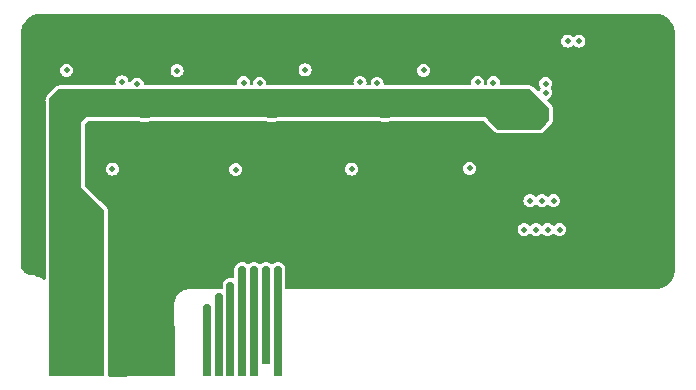
<source format=gbr>
G04 #@! TF.GenerationSoftware,KiCad,Pcbnew,(6.0.0)*
G04 #@! TF.CreationDate,2022-01-13T15:14:47+08:00*
G04 #@! TF.ProjectId,PowerSupply,506f7765-7253-4757-9070-6c792e6b6963,rev?*
G04 #@! TF.SameCoordinates,PX5e56640PY77750e0*
G04 #@! TF.FileFunction,Copper,L1,Top*
G04 #@! TF.FilePolarity,Positive*
%FSLAX46Y46*%
G04 Gerber Fmt 4.6, Leading zero omitted, Abs format (unit mm)*
G04 Created by KiCad (PCBNEW (6.0.0)) date 2022-01-13 15:14:47*
%MOMM*%
%LPD*%
G01*
G04 APERTURE LIST*
G04 Aperture macros list*
%AMRoundRect*
0 Rectangle with rounded corners*
0 $1 Rounding radius*
0 $2 $3 $4 $5 $6 $7 $8 $9 X,Y pos of 4 corners*
0 Add a 4 corners polygon primitive as box body*
4,1,4,$2,$3,$4,$5,$6,$7,$8,$9,$2,$3,0*
0 Add four circle primitives for the rounded corners*
1,1,$1+$1,$2,$3*
1,1,$1+$1,$4,$5*
1,1,$1+$1,$6,$7*
1,1,$1+$1,$8,$9*
0 Add four rect primitives between the rounded corners*
20,1,$1+$1,$2,$3,$4,$5,0*
20,1,$1+$1,$4,$5,$6,$7,0*
20,1,$1+$1,$6,$7,$8,$9,0*
20,1,$1+$1,$8,$9,$2,$3,0*%
G04 Aperture macros list end*
G04 #@! TA.AperFunction,SMDPad,CuDef*
%ADD10RoundRect,0.225000X-0.250000X0.225000X-0.250000X-0.225000X0.250000X-0.225000X0.250000X0.225000X0*%
G04 #@! TD*
G04 #@! TA.AperFunction,ConnectorPad*
%ADD11R,0.700000X4.300000*%
G04 #@! TD*
G04 #@! TA.AperFunction,ConnectorPad*
%ADD12R,0.700000X3.200000*%
G04 #@! TD*
G04 #@! TA.AperFunction,ViaPad*
%ADD13C,0.500000*%
G04 #@! TD*
G04 #@! TA.AperFunction,Conductor*
%ADD14C,0.700000*%
G04 #@! TD*
G04 APERTURE END LIST*
D10*
G04 #@! TO.P,C9,1*
G04 #@! TO.N,+5V*
X51230000Y24325000D03*
G04 #@! TO.P,C9,2*
G04 #@! TO.N,GND*
X51230000Y22775000D03*
G04 #@! TD*
G04 #@! TO.P,C11,1*
G04 #@! TO.N,+5V*
X41140000Y25245000D03*
G04 #@! TO.P,C11,2*
G04 #@! TO.N,GND*
X41140000Y23695000D03*
G04 #@! TD*
G04 #@! TO.P,C25,1*
G04 #@! TO.N,+5V*
X31550000Y25245000D03*
G04 #@! TO.P,C25,2*
G04 #@! TO.N,GND*
X31550000Y23695000D03*
G04 #@! TD*
G04 #@! TO.P,C27,1*
G04 #@! TO.N,+5V*
X20780000Y25245000D03*
G04 #@! TO.P,C27,2*
G04 #@! TO.N,GND*
X20780000Y23695000D03*
G04 #@! TD*
D11*
G04 #@! TO.P,PCI1,B1*
G04 #@! TO.N,+5V*
X13050000Y5050000D03*
G04 #@! TO.P,PCI1,B2*
X14050000Y5050000D03*
G04 #@! TO.P,PCI1,B3*
X15050000Y5050000D03*
G04 #@! TO.P,PCI1,B4*
X16050000Y5050000D03*
G04 #@! TO.P,PCI1,B5*
X17050000Y5050000D03*
G04 #@! TO.P,PCI1,B6*
G04 #@! TO.N,GND*
X18050000Y5050000D03*
G04 #@! TO.P,PCI1,B7*
X19050000Y5050000D03*
G04 #@! TO.P,PCI1,B8*
X20050000Y5050000D03*
G04 #@! TO.P,PCI1,B9*
X21050000Y5050000D03*
G04 #@! TO.P,PCI1,B10*
X22050000Y5050000D03*
G04 #@! TO.P,PCI1,B11*
X23050000Y5050000D03*
G04 #@! TO.P,PCI1,B12*
G04 #@! TO.N,REG_EN2*
X26050000Y5050000D03*
G04 #@! TO.P,PCI1,B13*
G04 #@! TO.N,REG_EN1*
X27050000Y5050000D03*
G04 #@! TO.P,PCI1,B14*
G04 #@! TO.N,REG_CHG*
X28050000Y5050000D03*
G04 #@! TO.P,PCI1,B15*
G04 #@! TO.N,REG_POWER*
X29050000Y5050000D03*
G04 #@! TO.P,PCI1,B16*
G04 #@! TO.N,BAT_ISET*
X30050000Y5050000D03*
D12*
G04 #@! TO.P,PCI1,B17*
G04 #@! TO.N,BAT_PG*
X31050000Y5600000D03*
D11*
G04 #@! TO.P,PCI1,B18*
G04 #@! TO.N,BAT_CHG*
X32050000Y5050000D03*
G04 #@! TD*
D13*
G04 #@! TO.N,GND*
X48330000Y24310001D03*
X49430000Y24310000D03*
X48879999Y24310001D03*
X38849999Y24320000D03*
X39400000Y24320000D03*
X29680000Y24300000D03*
X29130000Y24300000D03*
X28580001Y24300000D03*
X11690000Y29590000D03*
X10690000Y29590000D03*
X65390000Y29490000D03*
X64390000Y29490000D03*
X18070000Y24320000D03*
X18619999Y24320000D03*
X19170000Y24320000D03*
X57429999Y14305001D03*
X57970000Y15005000D03*
X56870000Y15005001D03*
X56880000Y14305001D03*
X57980000Y14305000D03*
X57419999Y15005001D03*
X57970000Y13605000D03*
X57419999Y13605001D03*
X56880000Y12905001D03*
X57980000Y12905000D03*
X56870000Y13605001D03*
X57429999Y12905001D03*
X58680000Y12905001D03*
X59219999Y13605001D03*
X59770000Y13605000D03*
X59780000Y12905000D03*
X58670000Y13605001D03*
X59229999Y12905001D03*
X59219999Y15005001D03*
X59780000Y14305000D03*
X59229999Y14305001D03*
X58670000Y15005001D03*
X59770000Y15005000D03*
X58680000Y14305001D03*
X57075000Y26693334D03*
X57750000Y26693334D03*
X56400000Y26703334D03*
X57065000Y25916668D03*
X56390001Y25926668D03*
X57740000Y25916668D03*
X56390000Y25150000D03*
X57065000Y25140000D03*
X57740000Y25140000D03*
X13160000Y33320000D03*
X14160000Y33320000D03*
X15160000Y33320000D03*
X16160000Y33320000D03*
X17160000Y33320000D03*
X18160000Y33320000D03*
X19160000Y33320000D03*
X20160000Y33320000D03*
X21160000Y33320000D03*
X22160000Y33320000D03*
X23160000Y33320000D03*
X24160000Y33320000D03*
X25160000Y33320000D03*
X26160000Y33320000D03*
X27160000Y33320000D03*
X28160000Y33320000D03*
X29160000Y33320000D03*
X30160000Y33320000D03*
X31160000Y33320000D03*
X32160000Y33320000D03*
X33160000Y33320000D03*
X34160000Y33320000D03*
X35160000Y33320000D03*
X36160000Y33320000D03*
X37160000Y33320000D03*
X38160000Y33320000D03*
X39160000Y33320000D03*
X40160000Y33320000D03*
X41160000Y33320000D03*
X42160000Y33320000D03*
X43160000Y33320000D03*
X44160000Y33320000D03*
X45160000Y33320000D03*
X46160000Y33320000D03*
X47160000Y33320000D03*
X48160000Y33320000D03*
X49160000Y33320000D03*
X50160000Y33320000D03*
X51160000Y33320000D03*
X52160000Y33320000D03*
X53160000Y33320000D03*
X54160000Y33320000D03*
X55160000Y33320000D03*
X56160000Y33320000D03*
X57160000Y33320000D03*
X58160000Y33320000D03*
X59160000Y33320000D03*
X60160000Y33320000D03*
X61160000Y33320000D03*
X12290000Y32130000D03*
X13160000Y32320000D03*
X14160000Y32320000D03*
X15160000Y32320000D03*
X16160000Y32320000D03*
X17160000Y32320000D03*
X18160000Y32320000D03*
X19160000Y32320000D03*
X20160000Y32320000D03*
X21160000Y32320000D03*
X22160000Y32320000D03*
X23160000Y32320000D03*
X24160000Y32320000D03*
X25160000Y32320000D03*
X26160000Y32320000D03*
X27160000Y32320000D03*
X28160000Y32320000D03*
X29160000Y32320000D03*
X30160000Y32320000D03*
X31160000Y32320000D03*
X32160000Y32320000D03*
X33160000Y32320000D03*
X34160000Y32320000D03*
X35160000Y32320000D03*
X36160000Y32320000D03*
X37160000Y32320000D03*
X38160000Y32320000D03*
X39160000Y32320000D03*
X40160000Y32320000D03*
X41160000Y32320000D03*
X42160000Y32320000D03*
X43160000Y32320000D03*
X44160000Y32320000D03*
X45160000Y32320000D03*
X46160000Y32320000D03*
X47160000Y32320000D03*
X48160000Y32320000D03*
X49160000Y32320000D03*
X50160000Y32320000D03*
X51160000Y32320000D03*
X52160000Y32320000D03*
X53160000Y32320000D03*
X54160000Y32320000D03*
X55160000Y32320000D03*
X56160000Y32320000D03*
X57160000Y32320000D03*
X58160000Y32320000D03*
X59160000Y32320000D03*
X60160000Y32320000D03*
X61160000Y32320000D03*
X62160000Y32320000D03*
X62160000Y33320000D03*
X63160000Y32320000D03*
X63160000Y33320000D03*
X63860000Y32050000D03*
X64160000Y33320000D03*
X11300000Y33020000D03*
X10670000Y31600000D03*
X11780000Y31470000D03*
X10690000Y30590000D03*
X11690000Y30590000D03*
X10690000Y28590000D03*
X11690000Y28590000D03*
X10690000Y27590000D03*
X11690000Y27590000D03*
X10690000Y26590000D03*
X11690000Y26590000D03*
X10690000Y25590000D03*
X11690000Y25590000D03*
X10690000Y24590000D03*
X11690000Y24590000D03*
X10690000Y23590000D03*
X11690000Y23590000D03*
X10690000Y22590000D03*
X11690000Y22590000D03*
X10690000Y21590000D03*
X11690000Y21590000D03*
X10690000Y20590000D03*
X11690000Y20590000D03*
X10690000Y19590000D03*
X11690000Y19590000D03*
X10690000Y18590000D03*
X11690000Y18590000D03*
X10690000Y17590000D03*
X11690000Y17590000D03*
X10690000Y16590000D03*
X11690000Y16590000D03*
X10690000Y15590000D03*
X11690000Y15590000D03*
X10690000Y14590000D03*
X11690000Y14590000D03*
X10690000Y13590000D03*
X11690000Y13590000D03*
X10690000Y12590000D03*
X11690000Y12590000D03*
X11690000Y11590000D03*
X41690000Y11590000D03*
X42690000Y11590000D03*
X43690000Y11590000D03*
X44690000Y11590000D03*
X45690000Y11590000D03*
X46690000Y11590000D03*
X47690000Y11590000D03*
X48690000Y11590000D03*
X49690000Y11590000D03*
X50690000Y11590000D03*
X51690000Y11590000D03*
X52690000Y11590000D03*
X53690000Y11590000D03*
X54690000Y11590000D03*
X55690000Y11590000D03*
X56690000Y11590000D03*
X57690000Y11590000D03*
X58690000Y11590000D03*
X59690000Y11590000D03*
X60690000Y11590000D03*
X61690000Y11590000D03*
X62690000Y11590000D03*
X63600000Y11860000D03*
X33690000Y10590000D03*
X34690000Y10590000D03*
X35690000Y10590000D03*
X36690000Y10590000D03*
X37690000Y10590000D03*
X38690000Y10590000D03*
X39690000Y10590000D03*
X40690000Y10590000D03*
X41690000Y10590000D03*
X42690000Y10590000D03*
X43690000Y10590000D03*
X44690000Y10590000D03*
X45690000Y10590000D03*
X46690000Y10590000D03*
X47690000Y10590000D03*
X48690000Y10590000D03*
X49690000Y10590000D03*
X50690000Y10590000D03*
X51690000Y10590000D03*
X52690000Y10590000D03*
X53690000Y10590000D03*
X54690000Y10590000D03*
X55690000Y10590000D03*
X56690000Y10590000D03*
X57690000Y10590000D03*
X58690000Y10590000D03*
X59690000Y10590000D03*
X60690000Y10590000D03*
X61690000Y10590000D03*
X62690000Y10590000D03*
X63690000Y10590000D03*
X64870000Y32980000D03*
X64290000Y31450000D03*
X65380000Y31520000D03*
X64390000Y30490000D03*
X65380000Y30500000D03*
X64390000Y28490000D03*
X65390000Y28490000D03*
X64390000Y27490000D03*
X65390000Y27490000D03*
X64390000Y26490000D03*
X65390000Y26490000D03*
X64390000Y25490000D03*
X65390000Y25490000D03*
X64390000Y24490000D03*
X65390000Y24490000D03*
X64390000Y23490000D03*
X65390000Y23490000D03*
X64390000Y22490000D03*
X65390000Y22490000D03*
X64390000Y21490000D03*
X65390000Y21490000D03*
X64390000Y20490000D03*
X65390000Y20490000D03*
X64390000Y19490000D03*
X65390000Y19490000D03*
X64390000Y18490000D03*
X65390000Y18490000D03*
X64390000Y17490000D03*
X65390000Y17490000D03*
X64390000Y16490000D03*
X65390000Y16490000D03*
X64390000Y15490000D03*
X65390000Y15490000D03*
X64390000Y14490000D03*
X65390000Y14490000D03*
X64390000Y13490000D03*
X65390000Y13490000D03*
X64210000Y12480000D03*
X65390000Y12550000D03*
X65320000Y11760000D03*
X64440000Y10700000D03*
X21660000Y32820000D03*
X36660000Y32820000D03*
X52660000Y32820000D03*
X53660000Y32820000D03*
X54660000Y32820000D03*
X59660000Y32820000D03*
X43660000Y32820000D03*
X44660000Y32820000D03*
X48660000Y32820000D03*
X19660000Y32820000D03*
X51660000Y32820000D03*
X28660000Y32820000D03*
X56660000Y32820000D03*
X22660000Y32820000D03*
X37660000Y32820000D03*
X27660000Y32820000D03*
X55660000Y32820000D03*
X39660000Y32820000D03*
X46660000Y32820000D03*
X50660000Y32820000D03*
X31660000Y32820000D03*
X20660000Y32820000D03*
X23660000Y32820000D03*
X34660000Y32820000D03*
X32660000Y32820000D03*
X29660000Y32820000D03*
X57660000Y32820000D03*
X61660000Y32820000D03*
X45660000Y32820000D03*
X49660000Y32820000D03*
X41660000Y32820000D03*
X18660000Y32820000D03*
X60660000Y32820000D03*
X30660000Y32820000D03*
X42660000Y32820000D03*
X24660000Y32820000D03*
X58660000Y32820000D03*
X40660000Y32820000D03*
X33660000Y32820000D03*
X25660000Y32820000D03*
X35660000Y32820000D03*
X26660000Y32820000D03*
X38660000Y32820000D03*
X47660000Y32820000D03*
X62660000Y32820000D03*
X63660000Y32820000D03*
X64370000Y32530000D03*
X12590000Y32770000D03*
X13660000Y32820000D03*
X14660000Y32820000D03*
X15660000Y32820000D03*
X16660000Y32820000D03*
X17660000Y32820000D03*
X64770000Y31920000D03*
X64890000Y31060000D03*
X64900000Y29990000D03*
X64890000Y17980000D03*
X64890000Y13980000D03*
X64100000Y11360000D03*
X64890000Y27980000D03*
X64890000Y21980000D03*
X64890000Y25980000D03*
X64890000Y20980000D03*
X64890000Y15980000D03*
X64820000Y12910000D03*
X64890000Y14980000D03*
X64890000Y24980000D03*
X64890000Y23980000D03*
X64890000Y19980000D03*
X64890000Y16980000D03*
X64890000Y22980000D03*
X64890000Y18980000D03*
X64890000Y26980000D03*
X64890000Y28980000D03*
X10850000Y32400000D03*
X11190000Y27110000D03*
X11190000Y20110000D03*
X11190000Y29110000D03*
X11190000Y19110000D03*
X11190000Y31110000D03*
X11190000Y28110000D03*
X11190000Y26110000D03*
X11190000Y24110000D03*
X11190000Y23110000D03*
X11190000Y22110000D03*
X11190000Y21110000D03*
X11190000Y25110000D03*
X11190000Y15110000D03*
X11190000Y13110000D03*
X11190000Y14110000D03*
X11190000Y17110000D03*
X11190000Y18110000D03*
X11190000Y16110000D03*
X11190000Y30110000D03*
X11190000Y12090000D03*
X47210000Y11080000D03*
X54210000Y11080000D03*
X41210000Y11080000D03*
X43210000Y11080000D03*
X62210000Y11080000D03*
X55210000Y11080000D03*
X48210000Y11080000D03*
X61210000Y11080000D03*
X49210000Y11080000D03*
X51210000Y11080000D03*
X58210000Y11080000D03*
X57210000Y11080000D03*
X56210000Y11080000D03*
X50210000Y11080000D03*
X42210000Y11080000D03*
X44210000Y11080000D03*
X45210000Y11080000D03*
X46210000Y11080000D03*
X60210000Y11080000D03*
X53210000Y11080000D03*
X59210000Y11080000D03*
X63210000Y11080000D03*
X52210000Y11080000D03*
X11800000Y32570000D03*
X11360000Y31990000D03*
X65310000Y32360000D03*
X64650000Y11940000D03*
X64980000Y11120000D03*
X57019999Y18505001D03*
X57570000Y18505000D03*
X56470000Y18505001D03*
X57029999Y17805001D03*
X56480000Y17805001D03*
X57580000Y17805000D03*
X23920000Y22730000D03*
X23920000Y22130000D03*
X23920000Y21530000D03*
X24520000Y22730000D03*
X25130000Y22730000D03*
X35410000Y22640000D03*
X34200000Y22640000D03*
X34200000Y21440000D03*
X34800000Y22640000D03*
X34200000Y22040000D03*
X44190000Y22070000D03*
X45400000Y22670000D03*
X44190000Y21470000D03*
X44190000Y22670000D03*
X44790000Y22670000D03*
X57019999Y19895001D03*
X56480000Y19195001D03*
X56470000Y19895001D03*
X57570000Y19895000D03*
X57580000Y19195000D03*
X57029999Y19195001D03*
X55279999Y19895001D03*
X54740000Y19195001D03*
X55840000Y19195000D03*
X55830000Y19895000D03*
X54730000Y19895001D03*
X55289999Y19195001D03*
X53590000Y19195001D03*
X54139999Y19195001D03*
X53580000Y19895001D03*
X54129999Y19895001D03*
X56390001Y27480000D03*
X57740000Y27470000D03*
X38300000Y24320000D03*
X12160000Y33320000D03*
X57060000Y29060000D03*
X57065000Y27470000D03*
G04 #@! TO.N,+3V3*
X48980000Y27800000D03*
X48310000Y20530000D03*
G04 #@! TO.N,+5V*
X50860000Y26380000D03*
X51500000Y26380000D03*
X31040000Y26370000D03*
X31690000Y26370000D03*
X40880000Y26380000D03*
X41570000Y26380000D03*
X54200000Y25220000D03*
X54770000Y25460000D03*
X53910000Y24690000D03*
X53600000Y24150000D03*
X54200000Y24150000D03*
X20580000Y26340000D03*
X21260000Y26340000D03*
X20970000Y26860000D03*
X21640000Y26860000D03*
X31410000Y26860000D03*
X32060000Y26860000D03*
X24050000Y25630000D03*
X41280000Y26910000D03*
X41970000Y26910000D03*
X33930000Y25640000D03*
X51260000Y26900000D03*
X51900000Y26900000D03*
X43950000Y25640000D03*
X13720000Y25640000D03*
X53580000Y25220000D03*
G04 #@! TO.N,+1V2*
X18870000Y27840000D03*
X18060000Y20470000D03*
G04 #@! TO.N,+1V5*
X29180000Y27790000D03*
X28510000Y20410000D03*
G04 #@! TO.N,+2V5*
X39030000Y27800000D03*
X38310000Y20470000D03*
G04 #@! TO.N,Net-(1V2-Pad1)*
X14180002Y28840000D03*
X20160000Y27660000D03*
G04 #@! TO.N,Net-(1V5-Pad1)*
X23540000Y28810000D03*
X30530000Y27720000D03*
G04 #@! TO.N,Net-(2V5-Pad1)*
X40470000Y27730000D03*
X34380000Y28870000D03*
G04 #@! TO.N,Net-(3V3-Pad1)*
X50320000Y27780000D03*
X44410000Y28830000D03*
G04 #@! TO.N,Net-(C3-Pad1)*
X56600000Y31300000D03*
X54750000Y27700000D03*
G04 #@! TO.N,Net-(R34-Pad2)*
X57560000Y31300000D03*
X54740000Y26940000D03*
G04 #@! TO.N,REG_EN2*
X52925000Y15350000D03*
X26050000Y8690000D03*
G04 #@! TO.N,REG_EN1*
X53420000Y17785000D03*
X27050000Y9630000D03*
G04 #@! TO.N,REG_CHG*
X53920000Y15345000D03*
X28043332Y10610000D03*
G04 #@! TO.N,REG_POWER*
X54420000Y17785000D03*
X29044998Y11945000D03*
G04 #@! TO.N,BAT_ISET*
X54920000Y15345000D03*
X30046664Y11945000D03*
G04 #@! TO.N,BAT_PG*
X55420000Y17785000D03*
X31048330Y11945000D03*
G04 #@! TO.N,BAT_CHG*
X32060000Y11945000D03*
X55920000Y15345000D03*
G04 #@! TD*
D14*
G04 #@! TO.N,GND*
X23050000Y3250000D02*
X18050000Y3250000D01*
X23050000Y5050000D02*
X18050000Y5050000D01*
G04 #@! TO.N,+5V*
X17050000Y3250000D02*
X13050000Y3250000D01*
X13500000Y7280000D02*
X13500000Y3280000D01*
X14540000Y7310000D02*
X14540000Y3310000D01*
X15550000Y7280000D02*
X15550000Y3280000D01*
X16550000Y7270000D02*
X16550000Y3270000D01*
X13730000Y26440000D02*
X53370000Y26440000D01*
X49920000Y25620000D02*
X15890000Y25620000D01*
X52930000Y26570000D02*
X54370000Y25130000D01*
X52770000Y25610000D02*
X49980000Y25610000D01*
X53260000Y25190000D02*
X50470000Y25190000D01*
X53420000Y24750000D02*
X50630000Y24750000D01*
X13190000Y25780000D02*
X13790000Y26380000D01*
X13590000Y25500000D02*
X14190000Y26100000D01*
X14550000Y25080000D02*
X15150000Y25680000D01*
X14820000Y24980000D02*
X15420000Y25580000D01*
X13490000Y4400000D02*
X13490000Y25650000D01*
X14530000Y4740000D02*
X14530000Y25020000D01*
X16970000Y16170000D02*
X14970000Y18170000D01*
X16560000Y4680000D02*
X16560000Y16450000D01*
X15480000Y4820000D02*
X15480000Y16590000D01*
X17050000Y5050000D02*
X17050000Y16820000D01*
X13050000Y5050000D02*
X13050000Y26300000D01*
X54180000Y25220000D02*
X54180000Y24150000D01*
X54730000Y25460000D02*
X54730000Y24700000D01*
X15730000Y25220000D02*
X15050000Y24540000D01*
X13650000Y26900000D02*
X53290000Y26900000D01*
X53620000Y25220000D02*
X54180000Y25220000D01*
X13050000Y26300000D02*
X13650000Y26900000D01*
X16050000Y16370000D02*
X15050000Y17370000D01*
X50830000Y24150000D02*
X49760000Y25220000D01*
X17050000Y5050000D02*
X13050000Y5050000D01*
X14050000Y25330000D02*
X14800000Y26080000D01*
X52760000Y26080000D02*
X53620000Y25220000D01*
X15050000Y17370000D02*
X15050000Y5050000D01*
X53620000Y24150000D02*
X53620000Y25220000D01*
X15050000Y18820000D02*
X15050000Y17370000D01*
X54180000Y24150000D02*
X53620000Y24150000D01*
X54730000Y24700000D02*
X54180000Y24150000D01*
X53290000Y26900000D02*
X54730000Y25460000D01*
X53620000Y24510000D02*
X53620000Y24150000D01*
X49760000Y25220000D02*
X15730000Y25220000D01*
X14050000Y5050000D02*
X14050000Y25330000D01*
X17050000Y16820000D02*
X15050000Y18820000D01*
X15050000Y24540000D02*
X15050000Y18820000D01*
X20489999Y26470000D02*
X20490000Y26469999D01*
X14800000Y26080000D02*
X52760000Y26080000D01*
X16050000Y5050000D02*
X16050000Y16370000D01*
X53620000Y24150000D02*
X50830000Y24150000D01*
G04 #@! TO.N,REG_EN2*
X26050000Y5050000D02*
X26050000Y8690000D01*
G04 #@! TO.N,REG_EN1*
X27050000Y7561666D02*
X27050000Y9630000D01*
X27050000Y5050000D02*
X27050000Y7561666D01*
G04 #@! TO.N,REG_CHG*
X28050000Y10603332D02*
X28043332Y10610000D01*
X28050000Y5050000D02*
X28050000Y10603332D01*
G04 #@! TO.N,REG_POWER*
X29050000Y5050000D02*
X29050000Y7564998D01*
X29050000Y11939998D02*
X29044998Y11945000D01*
X29050000Y7564998D02*
X29050000Y11939998D01*
G04 #@! TO.N,BAT_ISET*
X30050000Y7566664D02*
X30050000Y11941664D01*
X30050000Y11941664D02*
X30046664Y11945000D01*
X30050000Y5050000D02*
X30050000Y7566664D01*
G04 #@! TO.N,BAT_PG*
X31050000Y7568330D02*
X31050000Y11943330D01*
X31050000Y5600000D02*
X31050000Y7568330D01*
X31050000Y11943330D02*
X31048330Y11945000D01*
G04 #@! TO.N,BAT_CHG*
X32050000Y5050000D02*
X32050000Y11935000D01*
X32050000Y11935000D02*
X32060000Y11945000D01*
G04 #@! TD*
G04 #@! TA.AperFunction,Conductor*
G04 #@! TO.N,GND*
G36*
X63984608Y33638710D02*
G01*
X63989145Y33637910D01*
X64000000Y33635996D01*
X64010857Y33637910D01*
X64021876Y33637910D01*
X64021876Y33637541D01*
X64034201Y33638177D01*
X64233032Y33623957D01*
X64250827Y33621399D01*
X64470320Y33573652D01*
X64487559Y33568590D01*
X64608744Y33523390D01*
X64698024Y33490090D01*
X64714376Y33482622D01*
X64911519Y33374974D01*
X64926643Y33365254D01*
X65106461Y33230644D01*
X65120047Y33218871D01*
X65278871Y33060047D01*
X65290644Y33046461D01*
X65425254Y32866643D01*
X65434974Y32851519D01*
X65542622Y32654376D01*
X65550090Y32638024D01*
X65604711Y32491582D01*
X65628588Y32427565D01*
X65633653Y32410315D01*
X65681399Y32190827D01*
X65683957Y32173032D01*
X65698177Y31974201D01*
X65697542Y31961879D01*
X65697910Y31961879D01*
X65697910Y31950859D01*
X65695996Y31940000D01*
X65698710Y31924612D01*
X65700624Y31902735D01*
X65700360Y23500039D01*
X65700001Y12037276D01*
X65698087Y12015402D01*
X65697286Y12010859D01*
X65697286Y12010854D01*
X65695372Y12000000D01*
X65697286Y11989143D01*
X65697286Y11978124D01*
X65696917Y11978124D01*
X65697553Y11965799D01*
X65683333Y11766968D01*
X65680775Y11749173D01*
X65640847Y11565623D01*
X65633029Y11529685D01*
X65627966Y11512441D01*
X65602629Y11444511D01*
X65549466Y11301976D01*
X65541998Y11285624D01*
X65434350Y11088481D01*
X65424630Y11073357D01*
X65290020Y10893539D01*
X65278247Y10879953D01*
X65119423Y10721129D01*
X65105837Y10709356D01*
X64926019Y10574746D01*
X64910895Y10565026D01*
X64713752Y10457378D01*
X64697400Y10449910D01*
X64633290Y10425998D01*
X64486935Y10371410D01*
X64469696Y10366348D01*
X64349199Y10340136D01*
X64250203Y10318601D01*
X64232408Y10316043D01*
X64033577Y10301823D01*
X64021252Y10302459D01*
X64021252Y10302090D01*
X64010233Y10302090D01*
X63999376Y10304004D01*
X63983985Y10301290D01*
X63962112Y10299377D01*
X32826496Y10299998D01*
X32758377Y10320001D01*
X32711885Y10373658D01*
X32700500Y10425998D01*
X32700500Y11820754D01*
X32702051Y11840465D01*
X32714106Y11916576D01*
X32715346Y11924405D01*
X32709965Y11981327D01*
X32700625Y12080141D01*
X32700624Y12080144D01*
X32699879Y12088029D01*
X32654618Y12213749D01*
X32646892Y12235208D01*
X32646891Y12235210D01*
X32644206Y12242668D01*
X32559640Y12367103D01*
X32556282Y12372044D01*
X32556281Y12372045D01*
X32551825Y12378602D01*
X32536439Y12392167D01*
X32434487Y12482049D01*
X32428541Y12487291D01*
X32331787Y12536590D01*
X32289164Y12558308D01*
X32289162Y12558309D01*
X32282100Y12561907D01*
X32121703Y12597760D01*
X31957431Y12592597D01*
X31933433Y12585625D01*
X31807217Y12548957D01*
X31807214Y12548956D01*
X31799601Y12546744D01*
X31762410Y12524749D01*
X31664962Y12467119D01*
X31664959Y12467117D01*
X31658135Y12463081D01*
X31647302Y12452248D01*
X31638687Y12444408D01*
X31632060Y12440202D01*
X31630513Y12438555D01*
X31567596Y12411539D01*
X31497571Y12423243D01*
X31475290Y12437072D01*
X31451064Y12455864D01*
X31447985Y12458331D01*
X31407432Y12491879D01*
X31407431Y12491880D01*
X31401326Y12496930D01*
X31395007Y12499904D01*
X31389013Y12504117D01*
X31388353Y12504508D01*
X31382094Y12509362D01*
X31374825Y12512507D01*
X31374821Y12512510D01*
X31294508Y12547264D01*
X31290900Y12548893D01*
X31259785Y12563534D01*
X31259786Y12563534D01*
X31252613Y12566909D01*
X31247395Y12567904D01*
X31242786Y12569646D01*
X31238536Y12571485D01*
X31238533Y12571486D01*
X31231256Y12574635D01*
X31170982Y12584182D01*
X31120384Y12592196D01*
X31116484Y12592877D01*
X31098955Y12596221D01*
X31098953Y12596221D01*
X31091170Y12597706D01*
X31087379Y12597467D01*
X31086494Y12597565D01*
X31076758Y12599107D01*
X31076752Y12599107D01*
X31068925Y12600347D01*
X31061034Y12599601D01*
X30943110Y12588453D01*
X30939161Y12588143D01*
X30927142Y12587387D01*
X30927026Y12589223D01*
X30924967Y12589424D01*
X30925219Y12586762D01*
X30913190Y12585625D01*
X30913189Y12585625D01*
X30905301Y12584879D01*
X30776427Y12538482D01*
X30772677Y12537199D01*
X30770801Y12536590D01*
X30770106Y12538731D01*
X30769506Y12538638D01*
X30770350Y12536294D01*
X30758124Y12531893D01*
X30758120Y12531891D01*
X30750662Y12529206D01*
X30702212Y12496279D01*
X30615403Y12437284D01*
X30547818Y12415538D01*
X30479206Y12433782D01*
X30467357Y12441934D01*
X30443824Y12460187D01*
X30440731Y12462665D01*
X30407433Y12490212D01*
X30407432Y12490213D01*
X30401326Y12495264D01*
X30395785Y12497871D01*
X30390011Y12501928D01*
X30380428Y12509362D01*
X30269509Y12557361D01*
X30265932Y12558976D01*
X30252613Y12565243D01*
X30252612Y12565243D01*
X30253351Y12566814D01*
X30251336Y12568192D01*
X30250254Y12565693D01*
X30236865Y12571487D01*
X30236864Y12571487D01*
X30229590Y12574635D01*
X30221767Y12575874D01*
X30221764Y12575875D01*
X30085517Y12597455D01*
X30067259Y12600347D01*
X30059368Y12599601D01*
X29911523Y12585625D01*
X29911521Y12585624D01*
X29903635Y12584879D01*
X29896181Y12582195D01*
X29896179Y12582195D01*
X29756456Y12531892D01*
X29756454Y12531891D01*
X29748996Y12529206D01*
X29700546Y12496279D01*
X29613737Y12437284D01*
X29546152Y12415538D01*
X29477540Y12433782D01*
X29465690Y12441935D01*
X29436598Y12464500D01*
X29433506Y12466977D01*
X29407439Y12488542D01*
X29407433Y12488546D01*
X29401326Y12493598D01*
X29396562Y12495840D01*
X29392655Y12498585D01*
X29378762Y12509362D01*
X29371490Y12512509D01*
X29371488Y12512510D01*
X29235199Y12571487D01*
X29235198Y12571487D01*
X29227924Y12574635D01*
X29220101Y12575874D01*
X29220098Y12575875D01*
X29083851Y12597455D01*
X29065593Y12600347D01*
X29057702Y12599601D01*
X28909857Y12585625D01*
X28909855Y12585624D01*
X28901969Y12584879D01*
X28894515Y12582195D01*
X28894513Y12582195D01*
X28754790Y12531892D01*
X28754788Y12531891D01*
X28747330Y12529206D01*
X28611396Y12436825D01*
X28606158Y12430884D01*
X28606156Y12430882D01*
X28507944Y12319483D01*
X28507942Y12319480D01*
X28502706Y12313541D01*
X28428090Y12167100D01*
X28392238Y12006704D01*
X28397401Y11842431D01*
X28398464Y11838772D01*
X28399500Y11825613D01*
X28399500Y11356085D01*
X28379498Y11287964D01*
X28325842Y11241471D01*
X28255568Y11231367D01*
X28238344Y11235089D01*
X28233532Y11236487D01*
X28226258Y11239635D01*
X28218435Y11240874D01*
X28218432Y11240875D01*
X28100845Y11259499D01*
X28063927Y11265347D01*
X28050810Y11264107D01*
X27908191Y11250625D01*
X27908189Y11250624D01*
X27900303Y11249879D01*
X27892849Y11247195D01*
X27892847Y11247195D01*
X27753124Y11196892D01*
X27753122Y11196891D01*
X27745664Y11194206D01*
X27609730Y11101825D01*
X27604492Y11095884D01*
X27604490Y11095882D01*
X27506278Y10984483D01*
X27506276Y10984480D01*
X27501040Y10978541D01*
X27426424Y10832100D01*
X27390572Y10671704D01*
X27395735Y10507431D01*
X27397947Y10499817D01*
X27397949Y10499805D01*
X27399500Y10480094D01*
X27399500Y10408257D01*
X27379498Y10340136D01*
X27325842Y10293643D01*
X27273370Y10282257D01*
X27110195Y10282425D01*
X27102418Y10282673D01*
X27098956Y10282891D01*
X27091170Y10284376D01*
X27064968Y10282728D01*
X27056955Y10282479D01*
X24754662Y10284851D01*
X24734062Y10286569D01*
X24653578Y10300000D01*
X24446422Y10300000D01*
X24441288Y10299143D01*
X24441285Y10299143D01*
X24247230Y10266761D01*
X24247225Y10266760D01*
X24242091Y10265903D01*
X24046160Y10198640D01*
X24041578Y10196160D01*
X24041575Y10196159D01*
X23868554Y10102525D01*
X23868551Y10102523D01*
X23863972Y10100045D01*
X23700497Y9972807D01*
X23560194Y9820397D01*
X23446890Y9646973D01*
X23444798Y9642205D01*
X23444797Y9642202D01*
X23407946Y9558190D01*
X23363677Y9457265D01*
X23362395Y9452204D01*
X23362395Y9452203D01*
X23320341Y9286137D01*
X23312823Y9256448D01*
X23300780Y9111106D01*
X23300608Y9109213D01*
X23300288Y9105942D01*
X23300287Y9105940D01*
X23299999Y9103003D01*
X23299291Y9103072D01*
X23298847Y9101796D01*
X23300000Y9101700D01*
X23296021Y9053681D01*
X23295372Y9050000D01*
X23297286Y9039145D01*
X23298086Y9034608D01*
X23300000Y9012729D01*
X23300000Y3070244D01*
X23279998Y3002123D01*
X23226342Y2955630D01*
X23175020Y2944248D01*
X20722533Y2924428D01*
X17827518Y2901031D01*
X17759238Y2920482D01*
X17712313Y2973760D01*
X17700500Y3027027D01*
X17700500Y3176602D01*
X17702732Y3200212D01*
X17702891Y3201045D01*
X17704376Y3208830D01*
X17700749Y3266480D01*
X17700500Y3274391D01*
X17700500Y4976602D01*
X17702732Y5000212D01*
X17702891Y5001045D01*
X17704376Y5008830D01*
X17700749Y5066480D01*
X17700500Y5074391D01*
X17700500Y15350000D01*
X52369750Y15350000D01*
X52388670Y15206291D01*
X52444139Y15072375D01*
X52532379Y14957379D01*
X52647375Y14869139D01*
X52781291Y14813670D01*
X52925000Y14794750D01*
X53068709Y14813670D01*
X53202625Y14869139D01*
X53317621Y14957379D01*
X53322647Y14963929D01*
X53328488Y14969770D01*
X53330069Y14968189D01*
X53377963Y15003156D01*
X53448834Y15007375D01*
X53510735Y14972608D01*
X53520545Y14961285D01*
X53527379Y14952379D01*
X53642375Y14864139D01*
X53776291Y14808670D01*
X53920000Y14789750D01*
X54063709Y14808670D01*
X54197625Y14864139D01*
X54312621Y14952379D01*
X54320038Y14962045D01*
X54322725Y14964007D01*
X54323488Y14964770D01*
X54323607Y14964651D01*
X54377376Y15003912D01*
X54448247Y15008134D01*
X54510149Y14973370D01*
X54519962Y14962045D01*
X54527379Y14952379D01*
X54642375Y14864139D01*
X54776291Y14808670D01*
X54920000Y14789750D01*
X55063709Y14808670D01*
X55197625Y14864139D01*
X55312621Y14952379D01*
X55320038Y14962045D01*
X55322725Y14964007D01*
X55323488Y14964770D01*
X55323607Y14964651D01*
X55377376Y15003912D01*
X55448247Y15008134D01*
X55510149Y14973370D01*
X55519962Y14962045D01*
X55527379Y14952379D01*
X55642375Y14864139D01*
X55776291Y14808670D01*
X55920000Y14789750D01*
X56063709Y14808670D01*
X56197625Y14864139D01*
X56312621Y14952379D01*
X56400861Y15067375D01*
X56456330Y15201291D01*
X56475250Y15345000D01*
X56456330Y15488709D01*
X56400861Y15622625D01*
X56312621Y15737621D01*
X56197625Y15825861D01*
X56063709Y15881330D01*
X55920000Y15900250D01*
X55776291Y15881330D01*
X55642375Y15825861D01*
X55527379Y15737621D01*
X55522353Y15731071D01*
X55519962Y15727955D01*
X55517275Y15725993D01*
X55516512Y15725230D01*
X55516393Y15725349D01*
X55462624Y15686088D01*
X55391753Y15681866D01*
X55329851Y15716630D01*
X55320038Y15727955D01*
X55317647Y15731071D01*
X55312621Y15737621D01*
X55197625Y15825861D01*
X55063709Y15881330D01*
X54920000Y15900250D01*
X54776291Y15881330D01*
X54642375Y15825861D01*
X54527379Y15737621D01*
X54522353Y15731071D01*
X54519962Y15727955D01*
X54517275Y15725993D01*
X54516512Y15725230D01*
X54516393Y15725349D01*
X54462624Y15686088D01*
X54391753Y15681866D01*
X54329851Y15716630D01*
X54320038Y15727955D01*
X54317647Y15731071D01*
X54312621Y15737621D01*
X54197625Y15825861D01*
X54063709Y15881330D01*
X53920000Y15900250D01*
X53776291Y15881330D01*
X53642375Y15825861D01*
X53527379Y15737621D01*
X53522353Y15731071D01*
X53516512Y15725230D01*
X53514931Y15726811D01*
X53467037Y15691844D01*
X53396166Y15687625D01*
X53334265Y15722392D01*
X53324454Y15733716D01*
X53322647Y15736071D01*
X53317621Y15742621D01*
X53202625Y15830861D01*
X53068709Y15886330D01*
X52925000Y15905250D01*
X52781291Y15886330D01*
X52647375Y15830861D01*
X52532379Y15742621D01*
X52444139Y15627625D01*
X52388670Y15493709D01*
X52369750Y15350000D01*
X17700500Y15350000D01*
X17700500Y16739001D01*
X17701049Y16750641D01*
X17702760Y16758297D01*
X17700562Y16828232D01*
X17700500Y16832189D01*
X17700500Y16860925D01*
X17699961Y16865193D01*
X17699028Y16877036D01*
X17697846Y16914644D01*
X17697597Y16922569D01*
X17695385Y16930183D01*
X17695384Y16930188D01*
X17691722Y16942792D01*
X17687711Y16962157D01*
X17686064Y16975195D01*
X17685071Y16983058D01*
X17682153Y16990427D01*
X17682152Y16990432D01*
X17668297Y17025427D01*
X17664452Y17036657D01*
X17653955Y17072789D01*
X17653954Y17072790D01*
X17651744Y17080399D01*
X17641019Y17098534D01*
X17632320Y17116291D01*
X17627486Y17128502D01*
X17627485Y17128504D01*
X17624568Y17135871D01*
X17597788Y17172731D01*
X17591272Y17182651D01*
X17568081Y17221865D01*
X17553188Y17236758D01*
X17540347Y17251792D01*
X17532623Y17262423D01*
X17527963Y17268837D01*
X17492856Y17297880D01*
X17484077Y17305869D01*
X17004946Y17785000D01*
X52864750Y17785000D01*
X52883670Y17641291D01*
X52939139Y17507375D01*
X53027379Y17392379D01*
X53142375Y17304139D01*
X53276291Y17248670D01*
X53420000Y17229750D01*
X53563709Y17248670D01*
X53697625Y17304139D01*
X53812621Y17392379D01*
X53820038Y17402045D01*
X53822725Y17404007D01*
X53823488Y17404770D01*
X53823607Y17404651D01*
X53877376Y17443912D01*
X53948247Y17448134D01*
X54010149Y17413370D01*
X54019962Y17402045D01*
X54027379Y17392379D01*
X54142375Y17304139D01*
X54276291Y17248670D01*
X54420000Y17229750D01*
X54563709Y17248670D01*
X54697625Y17304139D01*
X54812621Y17392379D01*
X54820038Y17402045D01*
X54822725Y17404007D01*
X54823488Y17404770D01*
X54823607Y17404651D01*
X54877376Y17443912D01*
X54948247Y17448134D01*
X55010149Y17413370D01*
X55019962Y17402045D01*
X55027379Y17392379D01*
X55142375Y17304139D01*
X55276291Y17248670D01*
X55420000Y17229750D01*
X55563709Y17248670D01*
X55697625Y17304139D01*
X55812621Y17392379D01*
X55900861Y17507375D01*
X55956330Y17641291D01*
X55975250Y17785000D01*
X55956330Y17928709D01*
X55900861Y18062625D01*
X55812621Y18177621D01*
X55697625Y18265861D01*
X55563709Y18321330D01*
X55420000Y18340250D01*
X55276291Y18321330D01*
X55142375Y18265861D01*
X55027379Y18177621D01*
X55022353Y18171071D01*
X55019962Y18167955D01*
X55017275Y18165993D01*
X55016512Y18165230D01*
X55016393Y18165349D01*
X54962624Y18126088D01*
X54891753Y18121866D01*
X54829851Y18156630D01*
X54820038Y18167955D01*
X54817647Y18171071D01*
X54812621Y18177621D01*
X54697625Y18265861D01*
X54563709Y18321330D01*
X54420000Y18340250D01*
X54276291Y18321330D01*
X54142375Y18265861D01*
X54027379Y18177621D01*
X54022353Y18171071D01*
X54019962Y18167955D01*
X54017275Y18165993D01*
X54016512Y18165230D01*
X54016393Y18165349D01*
X53962624Y18126088D01*
X53891753Y18121866D01*
X53829851Y18156630D01*
X53820038Y18167955D01*
X53817647Y18171071D01*
X53812621Y18177621D01*
X53697625Y18265861D01*
X53563709Y18321330D01*
X53420000Y18340250D01*
X53276291Y18321330D01*
X53142375Y18265861D01*
X53027379Y18177621D01*
X52939139Y18062625D01*
X52883670Y17928709D01*
X52864750Y17785000D01*
X17004946Y17785000D01*
X15737405Y19052541D01*
X15703379Y19114853D01*
X15700500Y19141636D01*
X15700500Y20470000D01*
X17504750Y20470000D01*
X17523670Y20326291D01*
X17579139Y20192375D01*
X17667379Y20077379D01*
X17782375Y19989139D01*
X17916291Y19933670D01*
X18060000Y19914750D01*
X18203709Y19933670D01*
X18337625Y19989139D01*
X18452621Y20077379D01*
X18540861Y20192375D01*
X18596330Y20326291D01*
X18607351Y20410000D01*
X27954750Y20410000D01*
X27973670Y20266291D01*
X28029139Y20132375D01*
X28117379Y20017379D01*
X28232375Y19929139D01*
X28366291Y19873670D01*
X28510000Y19854750D01*
X28653709Y19873670D01*
X28787625Y19929139D01*
X28902621Y20017379D01*
X28990861Y20132375D01*
X29046330Y20266291D01*
X29065250Y20410000D01*
X29057351Y20470000D01*
X37754750Y20470000D01*
X37773670Y20326291D01*
X37829139Y20192375D01*
X37917379Y20077379D01*
X38032375Y19989139D01*
X38166291Y19933670D01*
X38310000Y19914750D01*
X38453709Y19933670D01*
X38587625Y19989139D01*
X38702621Y20077379D01*
X38790861Y20192375D01*
X38846330Y20326291D01*
X38865250Y20470000D01*
X38857351Y20530000D01*
X47754750Y20530000D01*
X47773670Y20386291D01*
X47829139Y20252375D01*
X47917379Y20137379D01*
X48032375Y20049139D01*
X48166291Y19993670D01*
X48310000Y19974750D01*
X48453709Y19993670D01*
X48587625Y20049139D01*
X48702621Y20137379D01*
X48790861Y20252375D01*
X48846330Y20386291D01*
X48865250Y20530000D01*
X48846330Y20673709D01*
X48790861Y20807625D01*
X48702621Y20922621D01*
X48587625Y21010861D01*
X48453709Y21066330D01*
X48310000Y21085250D01*
X48166291Y21066330D01*
X48032375Y21010861D01*
X47917379Y20922621D01*
X47829139Y20807625D01*
X47773670Y20673709D01*
X47754750Y20530000D01*
X38857351Y20530000D01*
X38846330Y20613709D01*
X38790861Y20747625D01*
X38702621Y20862621D01*
X38587625Y20950861D01*
X38453709Y21006330D01*
X38310000Y21025250D01*
X38166291Y21006330D01*
X38032375Y20950861D01*
X37917379Y20862621D01*
X37829139Y20747625D01*
X37773670Y20613709D01*
X37754750Y20470000D01*
X29057351Y20470000D01*
X29046330Y20553709D01*
X28990861Y20687625D01*
X28902621Y20802621D01*
X28787625Y20890861D01*
X28653709Y20946330D01*
X28510000Y20965250D01*
X28366291Y20946330D01*
X28232375Y20890861D01*
X28117379Y20802621D01*
X28029139Y20687625D01*
X27973670Y20553709D01*
X27954750Y20410000D01*
X18607351Y20410000D01*
X18615250Y20470000D01*
X18596330Y20613709D01*
X18540861Y20747625D01*
X18452621Y20862621D01*
X18337625Y20950861D01*
X18203709Y21006330D01*
X18060000Y21025250D01*
X17916291Y21006330D01*
X17782375Y20950861D01*
X17667379Y20862621D01*
X17579139Y20747625D01*
X17523670Y20613709D01*
X17504750Y20470000D01*
X15700500Y20470000D01*
X15700500Y24218364D01*
X15720502Y24286485D01*
X15737405Y24307459D01*
X15962541Y24532595D01*
X16024853Y24566621D01*
X16051636Y24569500D01*
X20218288Y24569500D01*
X20268947Y24556211D01*
X20269605Y24557872D01*
X20403472Y24504871D01*
X20489171Y24494500D01*
X20779808Y24494500D01*
X21070828Y24494501D01*
X21074585Y24494956D01*
X21074591Y24494956D01*
X21148495Y24503899D01*
X21156528Y24504871D01*
X21164051Y24507849D01*
X21164053Y24507850D01*
X21290395Y24557872D01*
X21291053Y24556211D01*
X21341712Y24569500D01*
X30988288Y24569500D01*
X31038947Y24556211D01*
X31039605Y24557872D01*
X31173472Y24504871D01*
X31259171Y24494500D01*
X31549808Y24494500D01*
X31840828Y24494501D01*
X31844585Y24494956D01*
X31844591Y24494956D01*
X31918495Y24503899D01*
X31926528Y24504871D01*
X31934051Y24507849D01*
X31934053Y24507850D01*
X32060395Y24557872D01*
X32061053Y24556211D01*
X32111712Y24569500D01*
X40578288Y24569500D01*
X40628947Y24556211D01*
X40629605Y24557872D01*
X40763472Y24504871D01*
X40849171Y24494500D01*
X41139808Y24494500D01*
X41430828Y24494501D01*
X41434585Y24494956D01*
X41434591Y24494956D01*
X41508495Y24503899D01*
X41516528Y24504871D01*
X41524051Y24507849D01*
X41524053Y24507850D01*
X41650395Y24557872D01*
X41651053Y24556211D01*
X41701712Y24569500D01*
X49438364Y24569500D01*
X49506485Y24549498D01*
X49527459Y24532595D01*
X50312752Y23747302D01*
X50320593Y23738685D01*
X50324798Y23732060D01*
X50330577Y23726633D01*
X50330578Y23726632D01*
X50375816Y23684151D01*
X50378658Y23681396D01*
X50398966Y23661088D01*
X50402103Y23658655D01*
X50402372Y23658446D01*
X50411402Y23650734D01*
X50444607Y23619552D01*
X50463070Y23609401D01*
X50479590Y23598550D01*
X50496237Y23585637D01*
X50526570Y23572511D01*
X50538046Y23567545D01*
X50548706Y23562323D01*
X50567167Y23552174D01*
X50588632Y23540373D01*
X50609037Y23535134D01*
X50627742Y23528730D01*
X50647074Y23520364D01*
X50654900Y23519124D01*
X50654905Y23519123D01*
X50692076Y23513235D01*
X50703696Y23510829D01*
X50736516Y23502403D01*
X50747823Y23499500D01*
X50768884Y23499500D01*
X50788595Y23497949D01*
X50793892Y23497110D01*
X50809405Y23494653D01*
X50817297Y23495399D01*
X50854767Y23498941D01*
X50866625Y23499500D01*
X53546602Y23499500D01*
X53570211Y23497268D01*
X53578830Y23495624D01*
X53636480Y23499251D01*
X53644391Y23499500D01*
X54098998Y23499500D01*
X54110640Y23498951D01*
X54118296Y23497240D01*
X54126140Y23497486D01*
X54127095Y23497350D01*
X54130156Y23497110D01*
X54131119Y23497095D01*
X54138830Y23495624D01*
X54146746Y23496122D01*
X54196479Y23499251D01*
X54204391Y23499500D01*
X54220925Y23499500D01*
X54225196Y23500039D01*
X54237024Y23500971D01*
X54270594Y23502027D01*
X54274650Y23502154D01*
X54282569Y23502403D01*
X54290102Y23504591D01*
X54291051Y23504696D01*
X54294089Y23505226D01*
X54295024Y23505451D01*
X54302860Y23505944D01*
X54311208Y23508656D01*
X54334348Y23513829D01*
X54343058Y23514929D01*
X54385423Y23531703D01*
X54396631Y23535541D01*
X54440398Y23548256D01*
X54447151Y23552250D01*
X54448041Y23552586D01*
X54450870Y23553863D01*
X54451710Y23554308D01*
X54459171Y23556732D01*
X54465863Y23560978D01*
X54465866Y23560980D01*
X54466591Y23561440D01*
X54487707Y23572199D01*
X54488495Y23572511D01*
X54488498Y23572513D01*
X54495871Y23575432D01*
X54532738Y23602218D01*
X54542646Y23608725D01*
X54575036Y23627880D01*
X54575038Y23627882D01*
X54581865Y23631919D01*
X54587416Y23637470D01*
X54588201Y23638022D01*
X54590605Y23639947D01*
X54591315Y23640594D01*
X54597940Y23644798D01*
X54603946Y23651194D01*
X54621737Y23666878D01*
X54622421Y23667375D01*
X54622424Y23667377D01*
X54628837Y23672037D01*
X54657880Y23707144D01*
X54665869Y23715923D01*
X55132698Y24182752D01*
X55141315Y24190593D01*
X55147940Y24194798D01*
X55195850Y24245817D01*
X55198604Y24248658D01*
X55218911Y24268965D01*
X55221340Y24272096D01*
X55221345Y24272102D01*
X55221558Y24272377D01*
X55229255Y24281390D01*
X55260448Y24314607D01*
X55270596Y24333066D01*
X55281450Y24349590D01*
X55289504Y24359973D01*
X55289505Y24359974D01*
X55294362Y24366236D01*
X55312453Y24408041D01*
X55317675Y24418700D01*
X55335809Y24451686D01*
X55335810Y24451690D01*
X55339627Y24458632D01*
X55344866Y24479036D01*
X55351270Y24497740D01*
X55356487Y24509795D01*
X55356490Y24509805D01*
X55359635Y24517073D01*
X55360874Y24524894D01*
X55360875Y24524898D01*
X55366764Y24562081D01*
X55369172Y24573704D01*
X55378528Y24610144D01*
X55380500Y24617823D01*
X55380500Y24638889D01*
X55382051Y24658600D01*
X55384106Y24671575D01*
X55385346Y24679404D01*
X55381059Y24724758D01*
X55380500Y24736613D01*
X55380500Y25378999D01*
X55381049Y25390640D01*
X55382760Y25398296D01*
X55380562Y25468244D01*
X55380500Y25472201D01*
X55380500Y25500925D01*
X55379962Y25505188D01*
X55379029Y25517027D01*
X55377847Y25554643D01*
X55377598Y25562569D01*
X55371719Y25582807D01*
X55367711Y25602161D01*
X55366065Y25615192D01*
X55366065Y25615194D01*
X55365071Y25623058D01*
X55362152Y25630431D01*
X55348301Y25665416D01*
X55344456Y25676646D01*
X55333956Y25712788D01*
X55333956Y25712789D01*
X55331745Y25720398D01*
X55327712Y25727217D01*
X55327710Y25727222D01*
X55321020Y25738533D01*
X55312320Y25756292D01*
X55307488Y25768496D01*
X55304568Y25775871D01*
X55277791Y25812727D01*
X55271275Y25822647D01*
X55252119Y25855037D01*
X55248081Y25861865D01*
X55233188Y25876758D01*
X55220347Y25891792D01*
X55212623Y25902423D01*
X55207963Y25908837D01*
X55172856Y25937880D01*
X55164077Y25945869D01*
X54891586Y26218360D01*
X54857560Y26280672D01*
X54862625Y26351487D01*
X54905172Y26408323D01*
X54932463Y26423864D01*
X54966433Y26437935D01*
X55017625Y26459139D01*
X55132621Y26547379D01*
X55220861Y26662375D01*
X55276330Y26796291D01*
X55295250Y26940000D01*
X55276330Y27083709D01*
X55220861Y27217625D01*
X55206163Y27236780D01*
X55180562Y27302997D01*
X55194826Y27372546D01*
X55206163Y27390187D01*
X55225832Y27415821D01*
X55225832Y27415822D01*
X55230861Y27422375D01*
X55286330Y27556291D01*
X55305250Y27700000D01*
X55286330Y27843709D01*
X55230861Y27977625D01*
X55142621Y28092621D01*
X55027625Y28180861D01*
X54893709Y28236330D01*
X54750000Y28255250D01*
X54606291Y28236330D01*
X54472375Y28180861D01*
X54357379Y28092621D01*
X54269139Y27977625D01*
X54213670Y27843709D01*
X54194750Y27700000D01*
X54213670Y27556291D01*
X54269139Y27422375D01*
X54283837Y27403220D01*
X54309438Y27337003D01*
X54295174Y27267454D01*
X54283837Y27249813D01*
X54264168Y27224179D01*
X54259139Y27217625D01*
X54255981Y27210000D01*
X54255979Y27209997D01*
X54223864Y27132463D01*
X54179316Y27077182D01*
X54111953Y27054761D01*
X54043161Y27072319D01*
X54018360Y27091586D01*
X53807248Y27302698D01*
X53799407Y27311315D01*
X53795202Y27317940D01*
X53786070Y27326516D01*
X53744184Y27365849D01*
X53741342Y27368604D01*
X53721035Y27388911D01*
X53717904Y27391340D01*
X53717898Y27391345D01*
X53717623Y27391558D01*
X53708610Y27399255D01*
X53675393Y27430448D01*
X53666071Y27435573D01*
X53656934Y27440596D01*
X53640410Y27451450D01*
X53630027Y27459504D01*
X53630026Y27459505D01*
X53623764Y27464362D01*
X53581952Y27482455D01*
X53571307Y27487670D01*
X53531368Y27509627D01*
X53523689Y27511598D01*
X53523688Y27511599D01*
X53510959Y27514867D01*
X53492250Y27521273D01*
X53480200Y27526488D01*
X53480195Y27526490D01*
X53472926Y27529635D01*
X53427930Y27536762D01*
X53416310Y27539169D01*
X53379860Y27548528D01*
X53379855Y27548529D01*
X53372177Y27550500D01*
X53351116Y27550500D01*
X53331404Y27552051D01*
X53326928Y27552760D01*
X53310595Y27555347D01*
X53302704Y27554601D01*
X53265235Y27551059D01*
X53253377Y27550500D01*
X50988711Y27550500D01*
X50920590Y27570502D01*
X50874097Y27624158D01*
X50863789Y27692947D01*
X50874172Y27771812D01*
X50875250Y27780000D01*
X50856330Y27923709D01*
X50800861Y28057625D01*
X50712621Y28172621D01*
X50597625Y28260861D01*
X50463709Y28316330D01*
X50320000Y28335250D01*
X50176291Y28316330D01*
X50042375Y28260861D01*
X49927379Y28172621D01*
X49839139Y28057625D01*
X49783670Y27923709D01*
X49776776Y27871340D01*
X49776239Y27867264D01*
X49747517Y27802337D01*
X49727849Y27789364D01*
X49742917Y27779932D01*
X49773605Y27712740D01*
X49775817Y27695944D01*
X49776211Y27692950D01*
X49765273Y27622801D01*
X49718147Y27569701D01*
X49651289Y27550500D01*
X49646078Y27550500D01*
X49577957Y27570502D01*
X49531464Y27624158D01*
X49521156Y27692944D01*
X49523761Y27712734D01*
X49552482Y27777662D01*
X49572152Y27790637D01*
X49557082Y27800070D01*
X49526395Y27867263D01*
X49518725Y27925520D01*
X49516330Y27943709D01*
X49460861Y28077625D01*
X49372621Y28192621D01*
X49257625Y28280861D01*
X49123709Y28336330D01*
X48980000Y28355250D01*
X48836291Y28336330D01*
X48702375Y28280861D01*
X48587379Y28192621D01*
X48499139Y28077625D01*
X48443670Y27943709D01*
X48424750Y27800000D01*
X48425828Y27791812D01*
X48438844Y27692947D01*
X48427905Y27622798D01*
X48380777Y27569699D01*
X48313922Y27550500D01*
X41145294Y27550500D01*
X41077173Y27570502D01*
X41030680Y27624158D01*
X41020372Y27692946D01*
X41024172Y27721811D01*
X41024172Y27721812D01*
X41025250Y27730000D01*
X41006330Y27873709D01*
X40950861Y28007625D01*
X40862621Y28122621D01*
X40747625Y28210861D01*
X40613709Y28266330D01*
X40470000Y28285250D01*
X40326291Y28266330D01*
X40192375Y28210861D01*
X40077379Y28122621D01*
X39989139Y28007625D01*
X39933670Y27873709D01*
X39914750Y27730000D01*
X39915828Y27721812D01*
X39915828Y27721811D01*
X39919628Y27692946D01*
X39908688Y27622797D01*
X39861560Y27569699D01*
X39794706Y27550500D01*
X39696078Y27550500D01*
X39627957Y27570502D01*
X39581464Y27624158D01*
X39571156Y27692947D01*
X39584172Y27791812D01*
X39585250Y27800000D01*
X39566330Y27943709D01*
X39510861Y28077625D01*
X39422621Y28192621D01*
X39307625Y28280861D01*
X39173709Y28336330D01*
X39030000Y28355250D01*
X38886291Y28336330D01*
X38752375Y28280861D01*
X38637379Y28192621D01*
X38549139Y28077625D01*
X38493670Y27943709D01*
X38474750Y27800000D01*
X38475828Y27791812D01*
X38488844Y27692947D01*
X38477905Y27622798D01*
X38430777Y27569699D01*
X38363922Y27550500D01*
X31206610Y27550500D01*
X31138489Y27570502D01*
X31091996Y27624158D01*
X31081688Y27692948D01*
X31081689Y27692949D01*
X31085250Y27720000D01*
X31066330Y27863709D01*
X31010861Y27997625D01*
X30922621Y28112621D01*
X30807625Y28200861D01*
X30673709Y28256330D01*
X30530000Y28275250D01*
X30386291Y28256330D01*
X30252375Y28200861D01*
X30137379Y28112621D01*
X30049139Y27997625D01*
X29993670Y27863709D01*
X29992592Y27855520D01*
X29984530Y27794285D01*
X29962340Y27744126D01*
X29975314Y27715717D01*
X29978312Y27692948D01*
X29967374Y27622800D01*
X29920247Y27569700D01*
X29853390Y27550500D01*
X29847394Y27550500D01*
X29779273Y27570502D01*
X29732780Y27624158D01*
X29722472Y27692947D01*
X29725470Y27715718D01*
X29747660Y27765875D01*
X29734686Y27794285D01*
X29718725Y27915520D01*
X29716330Y27933709D01*
X29660861Y28067625D01*
X29572621Y28182621D01*
X29457625Y28270861D01*
X29323709Y28326330D01*
X29180000Y28345250D01*
X29036291Y28326330D01*
X28902375Y28270861D01*
X28787379Y28182621D01*
X28699139Y28067625D01*
X28643670Y27933709D01*
X28624750Y27790000D01*
X28637528Y27692948D01*
X28637528Y27692947D01*
X28626589Y27622798D01*
X28579461Y27569699D01*
X28512606Y27550500D01*
X20840165Y27550500D01*
X20772044Y27570502D01*
X20725551Y27624158D01*
X20715243Y27660053D01*
X20708307Y27712734D01*
X20696330Y27803709D01*
X20640861Y27937625D01*
X20552621Y28052621D01*
X20437625Y28140861D01*
X20303709Y28196330D01*
X20160000Y28215250D01*
X20016291Y28196330D01*
X19882375Y28140861D01*
X19767379Y28052621D01*
X19679139Y27937625D01*
X19675979Y27929995D01*
X19656683Y27883411D01*
X19612135Y27828130D01*
X19544772Y27805709D01*
X19475980Y27823267D01*
X19427602Y27875229D01*
X19415352Y27915182D01*
X19411534Y27944178D01*
X19406330Y27983709D01*
X19350861Y28117625D01*
X19262621Y28232621D01*
X19147625Y28320861D01*
X19013709Y28376330D01*
X18870000Y28395250D01*
X18726291Y28376330D01*
X18592375Y28320861D01*
X18477379Y28232621D01*
X18389139Y28117625D01*
X18333670Y27983709D01*
X18314750Y27840000D01*
X18315828Y27831812D01*
X18333670Y27696291D01*
X18331038Y27695944D01*
X18329661Y27638134D01*
X18289866Y27579338D01*
X18224602Y27551391D01*
X18209644Y27550500D01*
X13730999Y27550500D01*
X13719359Y27551049D01*
X13711703Y27552760D01*
X13703780Y27552511D01*
X13641769Y27550562D01*
X13637811Y27550500D01*
X13609075Y27550500D01*
X13605140Y27550003D01*
X13604807Y27549961D01*
X13592972Y27549029D01*
X13547431Y27547597D01*
X13539817Y27545385D01*
X13539812Y27545384D01*
X13527208Y27541722D01*
X13507844Y27537711D01*
X13486942Y27535071D01*
X13479573Y27532153D01*
X13479568Y27532152D01*
X13444573Y27518297D01*
X13433343Y27514452D01*
X13397211Y27503955D01*
X13397210Y27503954D01*
X13389601Y27501744D01*
X13371466Y27491019D01*
X13353712Y27482322D01*
X13348083Y27480093D01*
X13341498Y27477486D01*
X13341496Y27477485D01*
X13334129Y27474568D01*
X13320082Y27464362D01*
X13297269Y27447788D01*
X13287352Y27441274D01*
X13248135Y27418081D01*
X13233242Y27403188D01*
X13218208Y27390347D01*
X13201163Y27377963D01*
X13196110Y27371855D01*
X13172121Y27342857D01*
X13164131Y27334077D01*
X12647302Y26817248D01*
X12638685Y26809407D01*
X12632060Y26805202D01*
X12626633Y26799423D01*
X12626632Y26799422D01*
X12584155Y26754188D01*
X12581400Y26751346D01*
X12561089Y26731035D01*
X12558660Y26727904D01*
X12558655Y26727898D01*
X12558442Y26727623D01*
X12550745Y26718610D01*
X12519552Y26685393D01*
X12515733Y26678446D01*
X12509404Y26666934D01*
X12498550Y26650410D01*
X12485638Y26633764D01*
X12467546Y26591955D01*
X12462330Y26581307D01*
X12440373Y26541368D01*
X12438402Y26533689D01*
X12438401Y26533688D01*
X12435133Y26520959D01*
X12428727Y26502250D01*
X12423512Y26490200D01*
X12423510Y26490195D01*
X12420365Y26482926D01*
X12416097Y26455979D01*
X12413239Y26437935D01*
X12410831Y26426310D01*
X12401472Y26389860D01*
X12401471Y26389855D01*
X12399500Y26382177D01*
X12399500Y26361116D01*
X12397949Y26341404D01*
X12394653Y26320595D01*
X12395399Y26312704D01*
X12398941Y26275235D01*
X12399500Y26263377D01*
X12399500Y11226263D01*
X12379498Y11158142D01*
X12325842Y11111649D01*
X12255568Y11101545D01*
X12190986Y11131040D01*
X12187756Y11133839D01*
X12184571Y11137024D01*
X12012728Y11265665D01*
X11824325Y11368540D01*
X11696826Y11416095D01*
X11627408Y11441987D01*
X11627402Y11441989D01*
X11623200Y11443556D01*
X11618814Y11444510D01*
X11618811Y11444511D01*
X11494776Y11471493D01*
X11413447Y11489185D01*
X11206924Y11503956D01*
X11199334Y11505294D01*
X11188480Y11503380D01*
X11177972Y11503380D01*
X11165619Y11503987D01*
X11152348Y11505294D01*
X11035974Y11516756D01*
X11011754Y11521572D01*
X10866534Y11565624D01*
X10843720Y11575075D01*
X10709896Y11646606D01*
X10689359Y11660328D01*
X10572060Y11756593D01*
X10554595Y11774058D01*
X10458330Y11891357D01*
X10444607Y11911895D01*
X10433702Y11932297D01*
X10373077Y12045718D01*
X10363625Y12068535D01*
X10360105Y12080141D01*
X10319574Y12213752D01*
X10314757Y12237975D01*
X10301989Y12367617D01*
X10301382Y12379967D01*
X10301382Y12390476D01*
X10303296Y12401332D01*
X10300584Y12416714D01*
X10298669Y12438600D01*
X10298670Y12441934D01*
X10299070Y23505944D01*
X10299264Y28840000D01*
X13624752Y28840000D01*
X13643672Y28696291D01*
X13699141Y28562375D01*
X13787381Y28447379D01*
X13902377Y28359139D01*
X14036293Y28303670D01*
X14180002Y28284750D01*
X14323711Y28303670D01*
X14457627Y28359139D01*
X14572623Y28447379D01*
X14660863Y28562375D01*
X14716332Y28696291D01*
X14731302Y28810000D01*
X22984750Y28810000D01*
X23003670Y28666291D01*
X23059139Y28532375D01*
X23147379Y28417379D01*
X23262375Y28329139D01*
X23396291Y28273670D01*
X23540000Y28254750D01*
X23683709Y28273670D01*
X23817625Y28329139D01*
X23932621Y28417379D01*
X24020861Y28532375D01*
X24076330Y28666291D01*
X24095250Y28810000D01*
X24087351Y28870000D01*
X33824750Y28870000D01*
X33843670Y28726291D01*
X33899139Y28592375D01*
X33987379Y28477379D01*
X34102375Y28389139D01*
X34236291Y28333670D01*
X34380000Y28314750D01*
X34523709Y28333670D01*
X34657625Y28389139D01*
X34772621Y28477379D01*
X34860861Y28592375D01*
X34916330Y28726291D01*
X34929984Y28830000D01*
X43854750Y28830000D01*
X43873670Y28686291D01*
X43929139Y28552375D01*
X44017379Y28437379D01*
X44132375Y28349139D01*
X44266291Y28293670D01*
X44410000Y28274750D01*
X44553709Y28293670D01*
X44687625Y28349139D01*
X44802621Y28437379D01*
X44890861Y28552375D01*
X44946330Y28686291D01*
X44965250Y28830000D01*
X44946330Y28973709D01*
X44890861Y29107625D01*
X44802621Y29222621D01*
X44687625Y29310861D01*
X44553709Y29366330D01*
X44410000Y29385250D01*
X44266291Y29366330D01*
X44132375Y29310861D01*
X44017379Y29222621D01*
X43929139Y29107625D01*
X43873670Y28973709D01*
X43854750Y28830000D01*
X34929984Y28830000D01*
X34935250Y28870000D01*
X34916330Y29013709D01*
X34860861Y29147625D01*
X34772621Y29262621D01*
X34657625Y29350861D01*
X34523709Y29406330D01*
X34380000Y29425250D01*
X34236291Y29406330D01*
X34102375Y29350861D01*
X33987379Y29262621D01*
X33899139Y29147625D01*
X33843670Y29013709D01*
X33824750Y28870000D01*
X24087351Y28870000D01*
X24076330Y28953709D01*
X24020861Y29087625D01*
X23932621Y29202621D01*
X23817625Y29290861D01*
X23683709Y29346330D01*
X23540000Y29365250D01*
X23396291Y29346330D01*
X23262375Y29290861D01*
X23147379Y29202621D01*
X23059139Y29087625D01*
X23003670Y28953709D01*
X22984750Y28810000D01*
X14731302Y28810000D01*
X14735252Y28840000D01*
X14716332Y28983709D01*
X14660863Y29117625D01*
X14572623Y29232621D01*
X14457627Y29320861D01*
X14323711Y29376330D01*
X14180002Y29395250D01*
X14036293Y29376330D01*
X13902377Y29320861D01*
X13787381Y29232621D01*
X13699141Y29117625D01*
X13643672Y28983709D01*
X13624752Y28840000D01*
X10299264Y28840000D01*
X10299353Y31300000D01*
X56044750Y31300000D01*
X56063670Y31156291D01*
X56119139Y31022375D01*
X56207379Y30907379D01*
X56322375Y30819139D01*
X56456291Y30763670D01*
X56600000Y30744750D01*
X56743709Y30763670D01*
X56877625Y30819139D01*
X56992621Y30907379D01*
X56993605Y30908661D01*
X57053217Y30941213D01*
X57124032Y30936148D01*
X57166000Y30909176D01*
X57167379Y30907379D01*
X57282375Y30819139D01*
X57416291Y30763670D01*
X57560000Y30744750D01*
X57703709Y30763670D01*
X57837625Y30819139D01*
X57952621Y30907379D01*
X58040861Y31022375D01*
X58096330Y31156291D01*
X58115250Y31300000D01*
X58096330Y31443709D01*
X58040861Y31577625D01*
X57952621Y31692621D01*
X57837625Y31780861D01*
X57703709Y31836330D01*
X57560000Y31855250D01*
X57416291Y31836330D01*
X57282375Y31780861D01*
X57167379Y31692621D01*
X57166395Y31691339D01*
X57106783Y31658787D01*
X57035968Y31663852D01*
X56994000Y31690824D01*
X56992621Y31692621D01*
X56877625Y31780861D01*
X56743709Y31836330D01*
X56600000Y31855250D01*
X56456291Y31836330D01*
X56322375Y31780861D01*
X56207379Y31692621D01*
X56119139Y31577625D01*
X56063670Y31443709D01*
X56044750Y31300000D01*
X10299353Y31300000D01*
X10299375Y31902726D01*
X10301289Y31924597D01*
X10302090Y31929140D01*
X10302090Y31929145D01*
X10304004Y31940000D01*
X10302090Y31950857D01*
X10302090Y31961876D01*
X10302459Y31961876D01*
X10301823Y31974201D01*
X10316043Y32173032D01*
X10318601Y32190827D01*
X10366347Y32410315D01*
X10371412Y32427565D01*
X10395290Y32491582D01*
X10449910Y32638024D01*
X10457378Y32654376D01*
X10565026Y32851519D01*
X10574746Y32866643D01*
X10709356Y33046461D01*
X10721129Y33060047D01*
X10879953Y33218871D01*
X10893539Y33230644D01*
X11073357Y33365254D01*
X11088481Y33374974D01*
X11285624Y33482622D01*
X11301976Y33490090D01*
X11391256Y33523390D01*
X11512441Y33568590D01*
X11529680Y33573652D01*
X11749173Y33621399D01*
X11766968Y33623957D01*
X11965799Y33638177D01*
X11978124Y33637541D01*
X11978124Y33637910D01*
X11989143Y33637910D01*
X12000000Y33635996D01*
X12015392Y33638710D01*
X12037271Y33640624D01*
X63962729Y33640624D01*
X63984608Y33638710D01*
G37*
G04 #@! TD.AperFunction*
G04 #@! TD*
M02*

</source>
